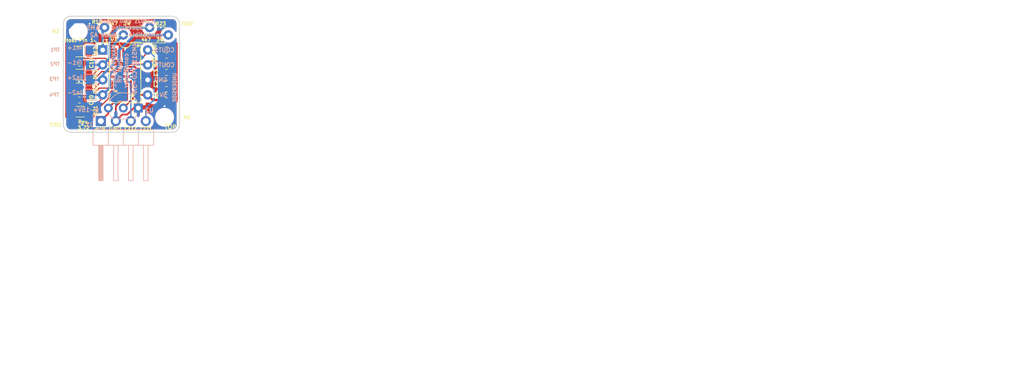
<source format=kicad_pcb>
(kicad_pcb (version 20211014) (generator pcbnew)
  (title_block (title "Dual Variable Reluctance MAX9926 mode A2") (date "2022-08-07") (rev "3.72") (company "(c)2021 Phill Rogers @ TechColab.co.je") (comment 1 "Optional onboard regulator or 5V direct") (comment 2 "Optional power resistors") (comment 3 "Optional edge header for breadboard etc.") (comment 4 "M2 mounting holes") (comment 5 "Input solder pads. Improved ground plane & silks"))
  (layers (0 "F.Cu" signal) (31 "B.Cu" signal) (34 "B.Paste" user) (35 "F.Paste" user) (36 "B.SilkS" user "B.Silkscreen") (37 "F.SilkS" user "F.Silkscreen") (38 "B.Mask" user) (39 "F.Mask" user) (44 "Edge.Cuts" user))
  (net 0 "")
  (net 1 "GND")
  (net 2 "VCC")
  (net 3 "Net-(C10-Pad2)")
  (net 4 "Net-(C10-Pad1)")
  (net 5 "Net-(C20-Pad2)")
  (net 6 "Net-(C20-Pad1)")
  (net 7 "Net-(J3-Pad1)")
  (net 8 "Net-(J3-Pad2)")
  (net 9 "Net-(J3-Pad3)")
  (net 10 "Net-(J3-Pad4)")
  (net 14 "/COUT1")
  (net 15 "/COUT2")
  (net 16 "+12V")
  (footprint "Capacitor_SMD:C_0603_1608Metric" (layer "F.Cu") (at 129.8575 109.855 180)
    (fp_text reference "C1" (at 1.7907 0 90) (layer "F.SilkS") (effects (font (size 0.6 0.6))))
    (fp_text value "10n")
    (fp_line (start -0.162779 0.51) (end 0.162779 0.51) (layer "F.SilkS") (width 0.12))
    (fp_line (start -0.162779 -0.51) (end 0.162779 -0.51) (layer "F.SilkS") (width 0.12))
    (pad "1" smd roundrect locked (at -0.7875 0 180) (size 0.875 0.95) (layers "F.Cu" "F.Paste" "F.Mask") (net 2 "VCC"))
    (pad "2" smd roundrect locked (at 0.7875 0 180) (size 0.875 0.95) (layers "F.Cu" "F.Paste" "F.Mask") (net 1 "GND"))
  )
  (footprint "Capacitor_SMD:C_0603_1608Metric" (layer "F.Cu") (at 129.8575 107.95 180)
    (fp_text reference "C2" (at 1.7907 -0.0508 90) (layer "F.SilkS") (effects (font (size 0.6 0.6))))
    (fp_text value "100n")
    (fp_line (start -0.162779 -0.51) (end 0.162779 -0.51) (layer "F.SilkS") (width 0.12))
    (fp_line (start -0.162779 0.51) (end 0.162779 0.51) (layer "F.SilkS") (width 0.12))
    (pad "1" smd roundrect locked (at -0.7875 0 180) (size 0.875 0.95) (layers "F.Cu" "F.Paste" "F.Mask") (net 2 "VCC"))
    (pad "2" smd roundrect locked (at 0.7875 0 180) (size 0.875 0.95) (layers "F.Cu" "F.Paste" "F.Mask") (net 1 "GND"))
  )
  (footprint "Capacitor_SMD:C_0603_1608Metric" (layer "F.Cu") (at 129.8575 106.045 180)
    (fp_text reference "C3" (at 1.7907 -0.0762 90) (layer "F.SilkS") (effects (font (size 0.6 0.6))))
    (fp_text value "1u")
    (fp_line (start -0.162779 0.51) (end 0.162779 0.51) (layer "F.SilkS") (width 0.12))
    (fp_line (start -0.162779 -0.51) (end 0.162779 -0.51) (layer "F.SilkS") (width 0.12))
    (pad "1" smd roundrect locked (at -0.7875 0 180) (size 0.875 0.95) (layers "F.Cu" "F.Paste" "F.Mask") (net 2 "VCC"))
    (pad "2" smd roundrect locked (at 0.7875 0 180) (size 0.875 0.95) (layers "F.Cu" "F.Paste" "F.Mask") (net 1 "GND"))
  )
  (footprint "Capacitor_SMD:C_0805_2012Metric" (layer "F.Cu") (at 121.92 110.236)
    (fp_text reference "C4" (at 2.286 0.0508 90) (layer "F.SilkS") (effects (font (size 0.6 0.6))))
    (fp_text value "10u")
    (fp_line (start -0.258578 0.71) (end 0.258578 0.71) (layer "F.SilkS") (width 0.12))
    (fp_line (start -0.258578 -0.71) (end 0.258578 -0.71) (layer "F.SilkS") (width 0.12))
    (pad "1" smd roundrect locked (at -0.9375 0) (size 0.975 1.4) (layers "F.Cu" "F.Paste" "F.Mask") (net 16 "+12V"))
    (pad "2" smd roundrect locked (at 0.9375 0) (size 0.975 1.4) (layers "F.Cu" "F.Paste" "F.Mask") (net 1 "GND"))
  )
  (footprint "Capacitor_SMD:C_0603_1608Metric" (layer "F.Cu") (at 115.1255 104.4575)
    (fp_text reference "C10" (at 2.0193 0 90) (layer "F.SilkS") (effects (font (size 0.6 0.6))))
    (fp_text value "1n")
    (fp_line (start -0.162779 0.51) (end 0.162779 0.51) (layer "F.SilkS") (width 0.12))
    (fp_line (start -0.162779 -0.51) (end 0.162779 -0.51) (layer "F.SilkS") (width 0.12))
    (pad "1" smd roundrect locked (at -0.7875 0) (size 0.875 0.95) (layers "F.Cu" "F.Paste" "F.Mask") (net 4 "Net-(C10-Pad1)"))
    (pad "2" smd roundrect locked (at 0.7875 0) (size 0.875 0.95) (layers "F.Cu" "F.Paste" "F.Mask") (net 3 "Net-(C10-Pad2)"))
  )
  (footprint "Capacitor_SMD:C_0603_1608Metric" (layer "F.Cu") (at 115.1255 110.744 180)
    (fp_text reference "C20" (at -2.0193 0 90) (layer "F.SilkS") (effects (font (size 0.6 0.6))))
    (fp_text value "1n")
    (fp_line (start -0.162779 0.51) (end 0.162779 0.51) (layer "F.SilkS") (width 0.12))
    (fp_line (start -0.162779 -0.51) (end 0.162779 -0.51) (layer "F.SilkS") (width 0.12))
    (pad "1" smd roundrect locked (at -0.7875 0 180) (size 0.875 0.95) (layers "F.Cu" "F.Paste" "F.Mask") (net 6 "Net-(C20-Pad1)"))
    (pad "2" smd roundrect locked (at 0.7875 0 180) (size 0.875 0.95) (layers "F.Cu" "F.Paste" "F.Mask") (net 5 "Net-(C20-Pad2)"))
  )
  (footprint "Resistor_SMD:R_1206_3216Metric" (layer "F.Cu") (at 115.2525 108.7755)
    (fp_text reference "R22" (at 2.6035 -0.0127 90) (layer "F.SilkS") (effects (font (size 0.6 0.6))))
    (fp_text value "10k")
    (fp_line (start -0.727064 -0.91) (end 0.727064 -0.91) (layer "F.SilkS") (width 0.12))
    (fp_line (start -0.727064 0.91) (end 0.727064 0.91) (layer "F.SilkS") (width 0.12))
    (pad "1" smd roundrect locked (at -1.4625 0) (size 1.125 1.75) (layers "F.Cu" "F.Paste" "F.Mask") (roundrect_rratio 0.2222222222) (net 5 "Net-(C20-Pad2)"))
    (pad "2" smd roundrect locked (at 1.4625 0) (size 1.125 1.75) (layers "F.Cu" "F.Paste" "F.Mask") (roundrect_rratio 0.2222222222) (net 9 "Net-(J3-Pad3)"))
  )
  (footprint "Resistor_SMD:R_1206_3216Metric" (layer "F.Cu") (at 115.2525 112.7125)
    (fp_text reference "R21" (at 2.6035 -0.1905 90) (layer "F.SilkS") (effects (font (size 0.6 0.6))))
    (fp_text value "10k")
    (fp_line (start -0.727064 0.91) (end 0.727064 0.91) (layer "F.SilkS") (width 0.12))
    (fp_line (start -0.727064 -0.91) (end 0.727064 -0.91) (layer "F.SilkS") (width 0.12))
    (pad "1" smd roundrect locked (at -1.4625 0) (size 1.125 1.75) (layers "F.Cu" "F.Paste" "F.Mask") (roundrect_rratio 0.2222222222) (net 6 "Net-(C20-Pad1)"))
    (pad "2" smd roundrect locked (at 1.4625 0) (size 1.125 1.75) (layers "F.Cu" "F.Paste" "F.Mask") (roundrect_rratio 0.2222222222) (net 10 "Net-(J3-Pad4)"))
  )
  (footprint "Resistor_SMD:R_1206_3216Metric" (layer "F.Cu") (at 115.2525 106.426)
    (fp_text reference "R11" (at 2.6035 -0.0508 90) (layer "F.SilkS") (effects (font (size 0.6 0.6))))
    (fp_text value "10k")
    (fp_line (start -0.727064 -0.91) (end 0.727064 -0.91) (layer "F.SilkS") (width 0.12))
    (fp_line (start -0.727064 0.91) (end 0.727064 0.91) (layer "F.SilkS") (width 0.12))
    (pad "1" smd roundrect locked (at -1.4625 0) (size 1.125 1.75) (layers "F.Cu" "F.Paste" "F.Mask") (roundrect_rratio 0.2222222222) (net 3 "Net-(C10-Pad2)"))
    (pad "2" smd roundrect locked (at 1.4625 0) (size 1.125 1.75) (layers "F.Cu" "F.Paste" "F.Mask") (roundrect_rratio 0.2222222222) (net 8 "Net-(J3-Pad2)"))
  )
  (footprint "Fiducial:Fiducial_0.5mm_Mask1mm" (layer "F.Cu") (at 113.665 114.935)
    (fp_text reference "FID1" (at -2.54 0) (layer "F.SilkS") (effects (font (size 0.6 0.6))))
    (fp_text value "Fiducial")
    (pad "" smd circle locked (at 0 0) (size 0.5 0.5) (layers "F.Cu" "F.Mask") (clearance 0.25))
  )
  (footprint "Fiducial:Fiducial_0.5mm_Mask1mm" (layer "F.Cu") (at 130.81 97.79)
    (fp_text reference "FID2" (at 2.54 0) (layer "F.SilkS") (effects (font (size 0.6 0.6))))
    (fp_text value "Fiducial")
    (pad "" smd circle locked (at 0 0) (size 0.5 0.5) (layers "F.Cu" "F.Mask") (clearance 0.25))
  )
  (footprint "Package_DIP:DIP-8_W7.62mm" (layer "F.Cu") (at 119.0625 102.235)
    (fp_text reference "J3" (at 0.3175 -1.397) (layer "F.SilkS") (effects (font (size 0.7 0.7))))
    (fp_text value "8-pin header")
    (fp_line (start 1.16 -1.33) (end 1.16 8.95) (layer "F.SilkS") (width 0.12))
    (fp_line (start 6.46 -1.33) (end 4.81 -1.33) (layer "F.SilkS") (width 0.12))
    (fp_line (start 6.46 8.95) (end 6.46 -1.33) (layer "F.SilkS") (width 0.12))
    (fp_line (start 2.81 -1.33) (end 1.16 -1.33) (layer "F.SilkS") (width 0.12))
    (fp_line (start 1.16 8.95) (end 6.46 8.95) (layer "F.SilkS") (width 0.12))
    (fp_arc (start 4.81 -1.33) (mid 3.81 -0.33) (end 2.81 -1.33) (layer "F.SilkS") (width 0.12))
    (pad "1" thru_hole rect locked (at 0 0) (size 1.6 1.6) (drill 0.8) (layers *.Cu *.Mask) (net 7 "Net-(J3-Pad1)"))
    (pad "2" thru_hole oval locked (at 0 2.54) (size 1.6 1.6) (drill 0.8) (layers *.Cu *.Mask) (net 8 "Net-(J3-Pad2)"))
    (pad "3" thru_hole oval locked (at 0 5.08) (size 1.6 1.6) (drill 0.8) (layers *.Cu *.Mask) (net 9 "Net-(J3-Pad3)"))
    (pad "4" thru_hole oval locked (at 0 7.62) (size 1.6 1.6) (drill 0.8) (layers *.Cu *.Mask) (net 10 "Net-(J3-Pad4)"))
    (pad "5" thru_hole oval locked (at 7.62 7.62) (size 1.6 1.6) (drill 0.8) (layers *.Cu *.Mask) (net 2 "VCC"))
    (pad "6" thru_hole oval locked (at 7.62 5.08) (size 1.6 1.6) (drill 0.8) (layers *.Cu *.Mask) (net 1 "GND"))
    (pad "7" thru_hole oval locked (at 7.62 2.54) (size 1.6 1.6) (drill 0.8) (layers *.Cu *.Mask) (net 15 "/COUT2"))
    (pad "8" thru_hole oval locked (at 7.62 0) (size 1.6 1.6) (drill 0.8) (layers *.Cu *.Mask) (net 14 "/COUT1"))
  )
  (footprint "Resistor_SMD:R_0603_1608Metric_Pad1.05x0.95mm_HandSolder" (layer "F.Cu") (at 129.8575 102.235 180)
    (fp_text reference "R10" (at 1.9939 0.0762 90) (layer "F.SilkS") (effects (font (size 0.6 0.6))))
    (fp_text value "1k")
    (fp_line (start -0.171267 -0.51) (end 0.171267 -0.51) (layer "F.SilkS") (width 0.12))
    (fp_line (start -0.171267 0.51) (end 0.171267 0.51) (layer "F.SilkS") (width 0.12))
    (pad "1" smd roundrect locked (at -0.875 0 180) (size 1.05 0.95) (layers "F.Cu" "F.Paste" "F.Mask") (net 2 "VCC"))
    (pad "2" smd roundrect locked (at 0.875 0 180) (size 1.05 0.95) (layers "F.Cu" "F.Paste" "F.Mask") (net 14 "/COUT1"))
  )
  (footprint "Resistor_SMD:R_0603_1608Metric_Pad1.05x0.95mm_HandSolder" (layer "F.Cu") (at 129.8575 104.14 180)
    (fp_text reference "R20" (at 1.9939 -0.1524 90) (layer "F.SilkS") (effects (font (size 0.6 0.6))))
    (fp_text value "1k")
    (fp_line (start -0.171267 -0.51) (end 0.171267 -0.51) (layer "F.SilkS") (width 0.12))
    (fp_line (start -0.171267 0.51) (end 0.171267 0.51) (layer "F.SilkS") (width 0.12))
    (pad "1" smd roundrect locked (at -0.875 0 180) (size 1.05 0.95) (layers "F.Cu" "F.Paste" "F.Mask") (net 2 "VCC"))
    (pad "2" smd roundrect locked (at 0.875 0 180) (size 1.05 0.95) (layers "F.Cu" "F.Paste" "F.Mask") (net 15 "/COUT2"))
  )
  (footprint "MAX9926UAEE+:MAX9926UAEE&plus_" (layer "F.Cu") (at 122.8725 105.41 -90)
    (fp_text reference "U1" (at -5.08 1.905 180) (layer "F.SilkS") (effects (font (size 0.6 0.6))))
    (fp_text value "MAX9926UAEE+" (at 0 1.905 90) (layer "B.SilkS") (effects (font (size 0.7 0.7)) (justify mirror)))
    (fp_text user "*" (at -3.9116 -2.5527 90) (layer "F.SilkS"))
    (fp_text user "*" (at -3.9116 -2.5527 90) (layer "F.SilkS"))
    (fp_line (start -1.741055 2.6162) (end 1.741055 2.6162) (layer "F.SilkS") (width 0.1524))
    (fp_line (start 1.741055 -2.6162) (end -1.741055 -2.6162) (layer "F.SilkS") (width 0.1524))
    (fp_line (start 3.702799 1.778) (end 3.702799 1.397) (layer "F.SilkS") (width 0.1524))
    (fp_line (start 3.956799 1.397) (end 3.956799 1.778) (layer "F.SilkS") (width 0.1524))
    (fp_line (start 3.956799 1.778) (end 3.702799 1.778) (layer "F.SilkS") (width 0.1524))
    (fp_line (start 3.702799 1.397) (end 3.956799 1.397) (layer "F.SilkS") (width 0.1524))
    (pad "1" smd rect locked (at -2.721348 -2.2225 270) (size 1.454899 0.3548) (layers "F.Cu" "F.Paste" "F.Mask") (net 1 "GND"))
    (pad "2" smd rect locked (at -2.721348 -1.5875 270) (size 1.454899 0.3548) (layers "F.Cu" "F.Paste" "F.Mask"))
    (pad "3" smd rect locked (at -2.721348 -0.9525 270) (size 1.454899 0.3548) (layers "F.Cu" "F.Paste" "F.Mask") (net 1 "GND"))
    (pad "4" smd rect locked (at -2.721348 -0.3175 270) (size 1.454899 0.3548) (layers "F.Cu" "F.Paste" "F.Mask") (net 14 "/COUT1"))
    (pad "5" smd rect locked (at -2.721348 0.3175 270) (size 1.454899 0.3548) (layers "F.Cu" "F.Paste" "F.Mask") (net 15 "/COUT2"))
    (pad "6" smd rect locked (at -2.721348 0.9525 270) (size 1.454899 0.3548) (layers "F.Cu" "F.Paste" "F.Mask") (net 1 "GND"))
    (pad "7" smd rect locked (at -2.721348 1.5875 270) (size 1.454899 0.3548) (layers "F.Cu" "F.Paste" "F.Mask"))
    (pad "8" smd rect locked (at -2.721348 2.2225 270) (size 1.454899 0.3548) (layers "F.Cu" "F.Paste" "F.Mask") (net 1 "GND"))
    (pad "9" smd rect locked (at 2.721348 2.2225 270) (size 1.454899 0.3548) (layers "F.Cu" "F.Paste" "F.Mask") (net 5 "Net-(C20-Pad2)"))
    (pad "10" smd rect locked (at 2.721348 1.5875 270) (size 1.454899 0.3548) (layers "F.Cu" "F.Paste" "F.Mask") (net 6 "Net-(C20-Pad1)"))
    (pad "11" smd rect locked (at 2.721348 0.9525 270) (size 1.454899 0.3548) (layers "F.Cu" "F.Paste" "F.Mask") (net 1 "GND"))
    (pad "12" smd rect locked (at 2.721348 0.3175 270) (size 1.454899 0.3548) (layers "F.Cu" "F.Paste" "F.Mask"))
    (pad "13" smd rect locked (at 2.721348 -0.3175 270) (size 1.454899 0.3548) (layers "F.Cu" "F.Paste" "F.Mask") (net 1 "GND"))
    (pad "14" smd rect locked (at 2.721348 -0.9525 270) (size 1.454899 0.3548) (layers "F.Cu" "F.Paste" "F.Mask") (net 2 "VCC"))
    (pad "15" smd rect locked (at 2.721348 -1.5875 270) (size 1.454899 0.3548) (layers "F.Cu" "F.Paste" "F.Mask") (net 3 "Net-(C10-Pad2)"))
    (pad "16" smd rect locked (at 2.721348 -2.2225 270) (size 1.454899 0.3548) (layers "F.Cu" "F.Paste" "F.Mask") (net 4 "Net-(C10-Pad1)"))
  )
  (footprint "Resistor_THT:R_Axial_DIN0207_L6.3mm_D2.5mm_P7.62mm_Horizontal" (layer "F.Cu") (at 119.38 98.425)
    (fp_text reference "R13" (at -1.27 -0.950469) (layer "F.SilkS") (effects (font (size 0.6 0.6))))
    (fp_text value "4.7k")
    (fp_line (start 0.54 -1.04) (end 0.54 -1.37) (layer "F.SilkS") (width 0.12))
    (fp_line (start 7.08 -1.37) (end 7.08 -1.04) (layer "F.SilkS") (width 0.12))
    (fp_line (start 0.54 1.37) (end 7.08 1.37) (layer "F.SilkS") (width 0.12))
    (fp_line (start 0.54 1.04) (end 0.54 1.37) (layer "F.SilkS") (width 0.12))
    (fp_line (start 0.54 -1.37) (end 7.08 -1.37) (layer "F.SilkS") (width 0.12))
    (fp_line (start 7.08 1.37) (end 7.08 1.04) (layer "F.SilkS") (width 0.12))
    (pad "1" thru_hole circle locked (at 0 0) (size 1.6 1.6) (drill 0.8) (layers *.Cu *.Mask) (net 7 "Net-(J3-Pad1)"))
    (pad "2" thru_hole oval locked (at 7.62 0) (size 1.6 1.6) (drill 0.8) (layers *.Cu *.Mask) (net 8 "Net-(J3-Pad2)"))
  )
  (footprint "Resistor_THT:R_Axial_DIN0207_L6.3mm_D2.5mm_P7.62mm_Horizontal" (layer "F.Cu") (at 122.555 99.695)
    (fp_text reference "R23" (at 6.35 -1.905) (layer "F.SilkS") (effects (font (size 0.6 0.6))))
    (fp_text value "4.7k")
    (fp_line (start 0.54 -1.37) (end 7.08 -1.37) (layer "F.SilkS") (width 0.12))
    (fp_line (start 0.54 -1.04) (end 0.54 -1.37) (layer "F.SilkS") (width 0.12))
    (fp_line (start 0.54 1.04) (end 0.54 1.37) (layer "F.SilkS") (width 0.12))
    (fp_line (start 7.08 1.37) (end 7.08 1.04) (layer "F.SilkS") (width 0.12))
    (fp_line (start 0.54 1.37) (end 7.08 1.37) (layer "F.SilkS") (width 0.12))
    (fp_line (start 7.08 -1.37) (end 7.08 -1.04) (layer "F.SilkS") (width 0.12))
    (pad "1" thru_hole circle locked (at 0 0) (size 1.6 1.6) (drill 0.8) (layers *.Cu *.Mask) (net 9 "Net-(J3-Pad3)"))
    (pad "2" thru_hole oval locked (at 7.62 0) (size 1.6 1.6) (drill 0.8) (layers *.Cu *.Mask) (net 10 "Net-(J3-Pad4)"))
  )
  (footprint "MountingHole:MountingHole_2.2mm_M2" (layer "F.Cu") (at 129.54 113.665)
    (fp_text reference "H1" (at 3.81 0) (layer "F.SilkS") (effects (font (size 0.6 0.6))))
    (fp_text value "MountingHole")
    (pad "" np_thru_hole circle locked (at 0 0) (size 2.2 2.2) (drill 2.2) (layers *.Cu *.Mask))
  )
  (footprint "MountingHole:MountingHole_2.2mm_M2" (layer "F.Cu") (at 114.935 99.06)
    (fp_text reference "H2" (at -3.81 0) (layer "F.SilkS") (effects (font (size 0.6 0.6))))
    (fp_text value "MountingHole")
    (pad "" np_thru_hole circle locked (at 0 0) (size 2.2 2.2) (drill 2.2) (layers *.Cu *.Mask))
  )
  (footprint "Resistor_SMD:R_1206_3216Metric" (layer "F.Cu") (at 115.2525 102.489)
    (fp_text reference "R12" (at 2.6035 0.0254 90) (layer "F.SilkS") (effects (font (size 0.6 0.6))))
    (fp_text value "10k")
    (fp_line (start -0.727064 0.91) (end 0.727064 0.91) (layer "F.SilkS") (width 0.12))
    (fp_line (start -0.727064 -0.91) (end 0.727064 -0.91) (layer "F.SilkS") (width 0.12))
    (pad "1" smd roundrect locked (at -1.4625 0) (size 1.125 1.75) (layers "F.Cu" "F.Paste" "F.Mask") (roundrect_rratio 0.2222222222) (net 4 "Net-(C10-Pad1)"))
    (pad "2" smd roundrect locked (at 1.4625 0) (size 1.125 1.75) (layers "F.Cu" "F.Paste" "F.Mask") (roundrect_rratio 0.2222222222) (net 7 "Net-(J3-Pad1)"))
  )
  (footprint "Connector_PinHeader_2.54mm:PinHeader_1x04_P2.54mm_Horizontal" (layer "B.Cu") (at 118.745 114.3 -90)
    (fp_text reference "J2" (at 0.635 1.905) (layer "B.SilkS") (effects (font (size 0.7 0.7)) (justify mirror)))
    (fp_text value "Edge")
    (fp_line (start 1.11 -0.38) (end 1.44 -0.38) (layer "B.SilkS") (width 0.12))
    (fp_line (start 10.1 -7.24) (end 10.1 -8) (layer "B.SilkS") (width 0.12))
    (fp_line (start -1.27 0) (end -1.27 1.27) (layer "B.SilkS") (width 0.12))
    (fp_line (start 1.042929 -7.24) (end 1.44 -7.24) (layer "B.SilkS") (width 0.12))
    (fp_line (start 1.44 -6.35) (end 4.1 -6.35) (layer "B.SilkS") (width 0.12))
    (fp_line (start 10.1 -0.38) (end 4.1 -0.38) (layer "B.SilkS") (width 0.12))
    (fp_line (start 10.1 -4.7) (end 10.1 -5.46) (layer "B.SilkS") (width 0.12))
    (fp_line (start 10.1 -2.92) (end 4.1 -2.92) (layer "B.SilkS") (width 0.12))
    (fp_line (start 1.44 -3.81) (end 4.1 -3.81) (layer "B.SilkS") (width 0.12))
    (fp_line (start -1.27 1.27) (end 0 1.27) (layer "B.SilkS") (width 0.12))
    (fp_line (start 1.44 -1.27) (end 4.1 -1.27) (layer "B.SilkS") (width 0.12))
    (fp_line (start 10.1 0.38) (end 10.1 -0.38) (layer "B.SilkS") (width 0.12))
    (fp_line (start 4.1 -8.95) (end 4.1 1.33) (layer "B.SilkS") (width 0.12))
    (fp_line (start 1.042929 -4.7) (end 1.44 -4.7) (layer "B.SilkS") (width 0.12))
    (fp_line (start 4.1 0.08) (end 10.1 0.08) (layer "B.SilkS") (width 0.12))
    (fp_line (start 1.11 0.38) (end 1.44 0.38) (layer "B.SilkS") (width 0.12))
    (fp_line (start 4.1 -0.28) (end 10.1 -0.28) (layer "B.SilkS") (width 0.12))
    (fp_line (start 1.042929 -5.46) (end 1.44 -5.46) (layer "B.SilkS") (width 0.12))
    (fp_line (start 1.042929 -2.16) (end 1.44 -2.16) (layer "B.SilkS") (width 0.12))
    (fp_line (start 1.042929 -8) (end 1.44 -8) (layer "B.SilkS") (width 0.12))
    (fp_line (start 4.1 0.38) (end 10.1 0.38) (layer "B.SilkS") (width 0.12))
    (fp_line (start 4.1 0.32) (end 10.1 0.32) (layer "B.SilkS") (width 0.12))
    (fp_line (start 10.1 -2.16) (end 10.1 -2.92) (layer "B.SilkS") (width 0.12))
    (fp_line (start 1.44 1.33) (end 1.44 -8.95) (layer "B.SilkS") (width 0.12))
    (fp_line (start 4.1 -7.24) (end 10.1 -7.24) (layer "B.SilkS") (width 0.12))
    (fp_line (start 10.1 -8) (end 4.1 -8) (layer "B.SilkS") (width 0.12))
    (fp_line (start 4.1 1.33) (end 1.44 1.33) (layer "B.SilkS") (width 0.12))
    (fp_line (start 4.1 -0.16) (end 10.1 -0.16) (layer "B.SilkS") (width 0.12))
    (fp_line (start 1.042929 -2.92) (end 1.44 -2.92) (layer "B.SilkS") (width 0.12))
    (fp_line (start 4.1 -0.04) (end 10.1 -0.04) (layer "B.SilkS") (width 0.12))
    (fp_line (start 1.44 -8.95) (end 4.1 -8.95) (layer "B.SilkS") (width 0.12))
    (fp_line (start 10.1 -5.46) (end 4.1 -5.46) (layer "B.SilkS") (width 0.12))
    (fp_line (start 4.1 -4.7) (end 10.1 -4.7) (layer "B.SilkS") (width 0.12))
    (fp_line (start 4.1 0.2) (end 10.1 0.2) (layer "B.SilkS") (width 0.12))
    (fp_line (start 4.1 -2.16) (end 10.1 -2.16) (layer "B.SilkS") (width 0.12))
    (pad "1" thru_hole rect locked (at 0 0 270) (size 1.7 1.7) (drill 1) (layers *.Cu *.Mask) (net 16 "+12V"))
    (pad "2" thru_hole oval locked (at 0 -2.54 270) (size 1.7 1.7) (drill 1) (layers *.Cu *.Mask) (net 1 "GND"))
    (pad "3" thru_hole oval locked (at 0 -5.08 270) (size 1.7 1.7) (drill 1) (layers *.Cu *.Mask) (net 15 "/COUT2"))
    (pad "4" thru_hole oval locked (at 0 -7.62 270) (size 1.7 1.7) (drill 1) (layers *.Cu *.Mask) (net 14 "/COUT1"))
  )
  (footprint "Package_TO_SOT_THT:TO-92_Inline_Wide" (layer "B.Cu") (at 125.095 112.095 180)
    (fp_text reference "U2" (at -1.886822 -0.389805) (layer "B.SilkS") (effects (font (size 0.7 0.7)) (justify mirror)))
    (fp_text value "AMS1117CD-5.0")
    (fp_line (start 0.74 -1.85) (end 4.34 -1.85) (layer "B.SilkS") (width 0.12))
    (fp_arc (start 4.8964 1.098807) (mid 3.936979 2.192817) (end 2.54 2.6) (layer "B.SilkS") (width 0.12))
    (fp_arc (start 4.34 -1.85) (mid 4.633903 -1.509328) (end 4.864184 -1.122795) (layer "B.SilkS") (width 0.12))
    (fp_arc (start 2.54 2.6) (mid 1.143021 2.192818) (end 0.1836 1.098807) (layer "B.SilkS") (width 0.12))
    (fp_arc (start 0.215816 -1.122795) (mid 0.446097 -1.509328) (end 0.74 -1.85) (layer "B.SilkS") (width 0.12))
    (pad "1" thru_hole rect locked (at 0 0 90) (size 1.5 1.5) (drill 0.8) (layers *.Cu *.Mask) (net 1 "GND"))
    (pad "2" thru_hole circle locked (at 2.54 0 90) (size 1.5 1.5) (drill 0.8) (layers *.Cu *.Mask) (net 2 "VCC"))
    (pad "3" thru_hole circle locked (at 5.08 0 90) (size 1.5 1.5) (drill 0.8) (layers *.Cu *.Mask) (net 16 "+12V"))
  )
  (footprint "TestPoint:TestPoint_Pad_1.5x1.5mm" (layer "B.Cu") (at 116.967 109.855 180)
    (fp_text reference "TP4" (at 6.096 0) (layer "B.SilkS") (effects (font (size 0.6 0.6)) (justify mirror)))
    (fp_text value "TP")
    (fp_line (start -0.95 0.95) (end 0.95 0.95) (layer "B.SilkS") (width 0.12))
    (fp_line (start 0.95 -0.95) (end -0.95 -0.95) (layer "B.SilkS") (width 0.12))
    (fp_line (start -0.95 -0.95) (end -0.95 0.95) (layer "B.SilkS") (width 0.12))
    (fp_line (start 0.95 0.95) (end 0.95 -0.95) (layer "B.SilkS") (width 0.12))
    (pad "4" smd rect locked (at 0 0 180) (size 1.5 1.5) (layers "B.Cu" "B.Mask") (net 10 "Net-(J3-Pad4)"))
  )
  (footprint "TestPoint:TestPoint_Pad_1.5x1.5mm" (layer "B.Cu") (at 116.967 107.315 180)
    (fp_text reference "TP3" (at 6.096 0.127) (layer "B.SilkS") (effects (font (size 0.6 0.6)) (justify mirror)))
    (fp_text value "TP")
    (fp_line (start -0.95 -0.95) (end -0.95 0.95) (layer "B.SilkS") (width 0.12))
    (fp_line (start -0.95 0.95) (end 0.95 0.95) (layer "B.SilkS") (width 0.12))
    (fp_line (start 0.95 0.95) (end 0.95 -0.95) (layer "B.SilkS") (width 0.12))
    (fp_line (start 0.95 -0.95) (end -0.95 -0.95) (layer "B.SilkS") (width 0.12))
    (pad "3" smd rect locked (at 0 0 180) (size 1.5 1.5) (layers "B.Cu" "B.Mask") (net 9 "Net-(J3-Pad3)"))
  )
  (footprint "TestPoint:TestPoint_Pad_1.5x1.5mm" (layer "B.Cu") (at 116.967 104.775 180)
    (fp_text reference "TP2" (at 5.969 0.127) (layer "B.SilkS") (effects (font (size 0.6 0.6)) (justify mirror)))
    (fp_text value "TP")
    (fp_line (start 0.95 -0.95) (end -0.95 -0.95) (layer "B.SilkS") (width 0.12))
    (fp_line (start 0.95 0.95) (end 0.95 -0.95) (layer "B.SilkS") (width 0.12))
    (fp_line (start -0.95 -0.95) (end -0.95 0.95) (layer "B.SilkS") (width 0.12))
    (fp_line (start -0.95 0.95) (end 0.95 0.95) (layer "B.SilkS") (width 0.12))
    (pad "2" smd rect locked (at 0 0 180) (size 1.5 1.5) (layers "B.Cu" "B.Mask") (net 8 "Net-(J3-Pad2)"))
  )
  (footprint "TestPoint:TestPoint_Pad_1.5x1.5mm" (layer "B.Cu") (at 116.967 102.235 180)
    (fp_text reference "TP1" (at 5.969 0) (layer "B.SilkS") (effects (font (size 0.6 0.6)) (justify mirror)))
    (fp_text value "TP")
    (fp_line (start -0.95 -0.95) (end -0.95 0.95) (layer "B.SilkS") (width 0.12))
    (fp_line (start 0.95 -0.95) (end -0.95 -0.95) (layer "B.SilkS") (width 0.12))
    (fp_line (start 0.95 0.95) (end 0.95 -0.95) (layer "B.SilkS") (width 0.12))
    (fp_line (start -0.95 0.95) (end 0.95 0.95) (layer "B.SilkS") (width 0.12))
    (pad "1" smd rect locked (at 0 0 180) (size 1.5 1.5) (layers "B.Cu" "B.Mask") (net 7 "Net-(J3-Pad1)"))
  )
  (gr_line (start 118.364 101.346) (end 117.602 100.584) (layer "F.SilkS") (width 0.15))
  (gr_line (start 113.665 96.52) (end 130.81 96.52) (layer "Edge.Cuts") (width 0.15))
  (gr_line (start 132.08 97.79) (end 132.08 114.935) (layer "Edge.Cuts") (width 0.15))
  (gr_line (start 130.81 116.205) (end 113.665 116.205) (layer "Edge.Cuts") (width 0.15))
  (gr_line (start 112.395 114.935) (end 112.395 97.79) (layer "Edge.Cuts") (width 0.15))
  (gr_arc (start 130.81 96.52) (mid 131.708026 96.891974) (end 132.08 97.79) (layer "Edge.Cuts") (width 0.15))
  (gr_arc (start 132.08 114.935) (mid 131.708026 115.833026) (end 130.81 116.205) (layer "Edge.Cuts") (width 0.15))
  (gr_arc (start 113.665 116.205) (mid 112.766974 115.833026) (end 112.395 114.935) (layer "Edge.Cuts") (width 0.15))
  (gr_arc (start 112.395 97.79) (mid 112.766974 96.891974) (end 113.665 96.52) (layer "Edge.Cuts") (width 0.15))
  (gr_text "COUT1" (at 129.54 102.235) (layer "B.SilkS") (effects (font (size 0.7 0.7)) (justify mirror)))
  (gr_text "COUT2" (at 129.54 104.775) (layer "B.SilkS") (effects (font (size 0.7 0.7)) (justify mirror)))
  (gr_text "GND" (at 128.905 107.315) (layer "B.SilkS") (effects (font (size 0.7 0.7)) (justify mirror)))
  (gr_text "5V+" (at 128.905 109.855) (layer "B.SilkS") (effects (font (size 0.7 0.7)) (justify mirror)))
  (gr_text "In1+" (at 114.3 101.854) (layer "B.SilkS") (effects (font (size 0.7 0.7)) (justify mirror)))
  (gr_text "In1-" (at 114.3 104.394) (layer "B.SilkS") (effects (font (size 0.7 0.7)) (justify mirror)))
  (gr_text "In2+" (at 114.3 106.934) (layer "B.SilkS") (effects (font (size 0.7 0.7)) (justify mirror)))
  (gr_text "In2-" (at 114.3 109.474) (layer "B.SilkS") (effects (font (size 0.7 0.7)) (justify mirror)))
  (gr_text "6-15V+" (at 116.205 112.395) (layer "B.SilkS") (effects (font (size 0.7 0.7)) (justify mirror)))
  (gr_text "Dual VR\nconditioner" (at 122.484606 105.754681 90) (layer "B.SilkS") (effects (font (size 0.7 0.7)) (justify mirror)))
  (gr_text "AMS1117CD-5.0" (at 124.46 105.41 90) (layer "B.SilkS") (effects (font (size 0.7 0.7)) (justify mirror)))
  (gr_text "(c)2021 Phill Rogers" (at 123.19 97.355) (layer "B.SilkS") (effects (font (size 0.6 0.6)) (justify mirror)))
  (gr_text "UNDERSIDE" (at 131.253348 108.635586 90) (layer "B.SilkS") (effects (font (size 0.6 0.6)) (justify mirror)))
  (gr_text "compatible" (at 126.365 99.695) (layer "B.SilkS") (effects (font (size 0.7 0.7)) (justify mirror)))
  (gr_text "mode A2" (at 119.237897 99.695) (layer "B.SilkS") (effects (font (size 0.7 0.7)) (justify mirror)))
  (gr_text "Speeduino" (at 123.19 98.425) (layer "B.SilkS") (effects (font (size 0.7 0.7)) (justify mirror)))
  (gr_text "&MS" (at 117.5004 98.4504) (layer "B.SilkS") (effects (font (size 0.7 0.7)) (justify mirror)))
  (gr_text "4k7  3W" (at 121.92 97.715) (layer "F.SilkS") (effects (font (size 0.6 0.6))))
  (gr_text "4k7  3W" (at 127.508 100.495) (layer "F.SilkS") (effects (font (size 0.6 0.6))))
  (gr_text "Rev.\n3.72" (at 115.824 114.935) (layer "F.SilkS") (effects (font (size 0.6 0.6))))
  (gr_text "TOP" (at 130.556 115.316) (layer "F.SilkS") (effects (font (size 0.7 0.7))))
  (gr_text "+IN GND CO2 CO1" (at 122.555 115.595) (layer "F.SilkS") (effects (font (size 0.6 0.7))))
  (gr_text "Host Pin 1" (at 115.062 100.584) (layer "F.SilkS") (effects (font (size 0.6 0.6))))
  (segment (start 121.92 103.588504) (end 121.92 103.617511) (width 0.3) (layer "F.Cu") (net 1))
  (segment (start 123.19 107.103899) (end 123.19 108.131348) (width 0.3) (layer "F.Cu") (net 1))
  (segment (start 127.3175 107.95) (end 126.6825 107.315) (width 0.3) (layer "F.Cu") (net 1))
  (segment (start 128.9825 107.95) (end 127.3175 107.95) (width 0.3) (layer "F.Cu") (net 1))
  (segment (start 128.9825 107.95) (end 128.9825 106.045) (width 0.4) (layer "F.Cu") (net 1))
  (segment (start 128.9825 107.95) (end 128.9825 109.855) (width 0.4) (layer "F.Cu") (net 1))
  (segment (start 121.92 103.588504) (end 121.92 102.688652) (width 0.3) (layer "F.Cu") (net 1))
  (segment (start 124.002599 103.766103) (end 124.917401 103.766103) (width 0.3) (layer "F.Cu") (net 1))
  (segment (start 125.095 103.588504) (end 125.095 102.688652) (width 0.3) (layer "F.Cu") (net 1))
  (segment (start 123.825 103.588504) (end 124.002599 103.766103) (width 0.3) (layer "F.Cu") (net 1))
  (segment (start 123.825 102.688652) (end 123.825 103.588504) (width 0.3) (layer "F.Cu") (net 1))
  (segment (start 121.92 101.788801) (end 122.097599 101.611202) (width 0.3) (layer "F.Cu") (net 1))
  (segment (start 123.647401 101.611202) (end 123.825 101.788801) (width 0.3) (layer "F.Cu") (net 1))
  (segment (start 121.92 102.688652) (end 121.92 101.788801) (width 0.3) (layer "F.Cu") (net 1))
  (segment (start 123.825 101.788801) (end 123.825 102.688652) (width 0.3) (layer "F.Cu") (net 1))
  (segment (start 124.917401 103.766103) (end 125.095 103.588504) (width 0.3) (layer "F.Cu") (net 1))
  (segment (start 122.097599 101.611202) (end 123.647401 101.611202) (width 0.3) (layer "F.Cu") (net 1))
  (segment (start 129.54 111.76) (end 129.54 111.76) (width 0.3) (layer "F.Cu") (net 1))
  (segment (start 115.02401 107.60699) (end 115.02401 107.60699) (width 0.16) (layer "F.Cu") (net 1))
  (segment (start 121.92 107.103899) (end 122.251889 106.77201) (width 0.3) (layer "F.Cu") (net 1))
  (segment (start 124.475479 105.107979) (end 124.587 105.2195) (width 0.3) (layer "F.Cu") (net 1))
  (segment (start 121.92 104.14) (end 121.201496 104.14) (width 0.3) (layer "F.Cu") (net 1))
  (segment (start 123.19 108.131348) (end 123.19 106.86402) (width 0.3) (layer "F.Cu") (net 1))
  (segment (start 130.81 111.76) (end 129.54 111.76) (width 0.3) (layer "F.Cu") (net 1))
  (segment (start 113.228964 113.93751) (end 113.93751 113.93751) (width 0.3) (layer "F.Cu") (net 1))
  (segment (start 113.93751 113.93751) (end 114.58575 114.58575) (width 0.3) (layer "F.Cu") (net 1))
  (segment (start 112.87749 101.11751) (end 113.03 100.965) (width 0.3) (layer "F.Cu") (net 1))
  (segment (start 123.19 108.131348) (end 123.19 109.9035) (width 0.3) (layer "F.Cu") (net 1))
  (segment (start 122.64701 106.77201) (end 123.09799 106.77201) (width 0.3) (layer "F.Cu") (net 1))
  (segment (start 123.09799 106.77201) (end 123.825 106.77201) (width 0.3) (layer "F.Cu") (net 1))
  (segment (start 122.887979 105.107979) (end 124.475479 105.107979) (width 0.3) (layer "F.Cu") (net 1))
  (segment (start 123.19 106.86402) (end 123.09799 106.77201) (width 0.3) (layer "F.Cu") (net 1))
  (segment (start 123.217497 113.195001) (end 124.317498 112.095) (width 0.3) (layer "F.Cu") (net 1))
  (segment (start 113.03 100.965) (end 116.205 100.965) (width 0.3) (layer "F.Cu") (net 1))
  (segment (start 130.8735 115.57) (end 131.445 114.9985) (width 0.3) (layer "F.Cu") (net 1))
  (segment (start 121.201496 104.14) (end 120.65 103.588504) (width 0.3) (layer "F.Cu") (net 1))
  (segment (start 114.30854 107.60699) (end 114.19851 107.60699) (width 0.16) (layer "F.Cu") (net 1))
  (segment (start 121.285 111.8085) (end 121.285 114.3) (width 0.3) (layer "F.Cu") (net 1))
  (segment (start 123.19 109.9035) (end 122.8575 110.236) (width 0.3) (layer "F.Cu") (net 1))
  (segment (start 125.43 111.76) (end 125.095 112.095) (width 0.3) (layer "F.Cu") (net 1))
  (segment (start 131.60751 110.96249) (end 130.81 111.76) (width 0.3) (layer "F.Cu") (net 1))
  (segment (start 129.54 111.76) (end 125.43 111.76) (width 0.3) (layer "F.Cu") (net 1))
  (segment (start 114.19851 107.60699) (end 115.02401 107.60699) (width 0.16) (layer "F.Cu") (net 1))
  (segment (start 112.87749 107.60699) (end 112.87749 113.586036) (width 0.3) (layer "F.Cu") (net 1))
  (segment (start 114.19851 107.60699) (end 112.87749 107.60699) (width 0.16) (layer "F.Cu") (net 1))
  (segment (start 121.92 108.131348) (end 121.92 107.103899) (width 0.3) (layer "F.Cu") (net 1))
  (segment (start 122.251889 106.77201) (end 122.64701 106.77201) (width 0.3) (layer "F.Cu") (net 1))
  (segment (start 112.87749 113.586036) (end 113.228964 113.93751) (width 0.3) (layer "F.Cu") (net 1))
  (segment (start 122.8575 110.236) (end 121.285 111.8085) (width 0.3) (layer "F.Cu") (net 1))
  (segment (start 114.58575 115.41125) (end 114.7445 115.57) (width 0.3) (layer "F.Cu") (net 1))
  (segment (start 131.445 100.965) (end 131.60751 101.12751) (width 0.3) (layer "F.Cu") (net 1))
  (segment (start 122.389999 113.195001) (end 123.217497 113.195001) (width 0.3) (layer "F.Cu") (net 1))
  (segment (start 120.65 103.588504) (end 120.65 102.688652) (width 0.3) (layer "F.Cu") (net 1))
  (segment (start 121.92 104.14) (end 121.92 104.14) (width 0.3) (layer "F.Cu") (net 1))
  (segment (start 125.095 112.095) (end 124.317498 112.095) (width 0.3) (layer "F.Cu") (net 1))
  (segment (start 124.587 105.2195) (end 126.6825 107.315) (width 0.3) (layer "F.Cu") (net 1))
  (segment (start 112.87749 107.60699) (end 112.87749 101.11751) (width 0.3) (layer "F.Cu") (net 1))
  (segment (start 121.92 104.14) (end 122.887979 105.107979) (width 0.3) (layer "F.Cu") (net 1))
  (segment (start 116.84 97.79) (end 117.475 97.155) (width 0.3) (layer "F.Cu") (net 1))
  (segment (start 121.92 103.588504) (end 121.92 104.14) (width 0.3) (layer "F.Cu") (net 1))
  (segment (start 116.84 100.33) (end 116.84 99.06) (width 0.3) (layer "F.Cu") (net 1))
  (segment (start 117.475 97.155) (end 128.905 97.155) (width 0.3) (layer "F.Cu") (net 1))
  (segment (start 121.285 114.3) (end 122.389999 113.195001) (width 0.3) (layer "F.Cu") (net 1))
  (segment (start 131.60751 101.12751) (end 131.60751 110.96249) (width 0.3) (layer "F.Cu") (net 1))
  (segment (start 116.205 100.965) (end 116.84 100.33) (width 0.3) (layer "F.Cu") (net 1))
  (segment (start 114.58575 114.58575) (end 114.58575 115.41125) (width 0.3) (layer "F.Cu") (net 1))
  (segment (start 122.64701 106.77201) (end 122.46299 106.77201) (width 0.3) (layer "F.Cu") (net 1))
  (segment (start 114.7445 115.57) (end 130.8735 115.57) (width 0.3) (layer "F.Cu") (net 1))
  (segment (start 116.84 99.06) (end 116.84 97.79) (width 0.3) (layer "F.Cu") (net 1))
  (segment (start 128.905 97.155) (end 129.54 97.79) (width 0.3) (layer "F.Cu") (net 1))
  (via locked (at 123.825 106.77201) (size 0.6) (drill 0.3) (layers "F.Cu" "B.Cu") (net 1))
  (via locked (at 115.57 114.935) (size 0.6) (drill 0.3) (layers "F.Cu" "B.Cu") (net 1))
  (via locked (at 128.905 98.425) (size 0.6) (drill 0.3) (layers "F.Cu" "B.Cu") (net 1))
  (via locked (at 129.54 111.76) (size 0.6) (drill 0.3) (layers "F.Cu" "B.Cu") (net 1))
  (via locked (at 115.02401 107.60699) (size 0.6) (drill 0.3) (layers "F.Cu" "B.Cu") (net 1))
  (via locked (at 116.84 97.79) (size 0.6) (drill 0.3) (layers "F.Cu" "B.Cu") (net 1))
  (segment (start 116.135001 115.500001) (end 115.57 114.935) (width 0.3) (layer "B.Cu") (net 1))
  (segment (start 116.610479 97.560479) (end 114.313877 97.560479) (width 0.3) (layer "B.Cu") (net 1))
  (segment (start 120.084999 115.500001) (end 130.879999 115.500001) (width 0.3) (layer "B.Cu") (net 1))
  (segment (start 130.879999 115.500001) (end 131.445 114.935) (width 0.3) (layer "B.Cu") (net 1))
  (segment (start 116.84 97.79) (end 116.610479 97.560479) (width 0.3) (layer "B.Cu") (net 1))
  (segment (start 120.580001 115.500001) (end 121.285 114.795002) (width 0.3) (layer "B.Cu") (net 1))
  (segment (start 113.03 98.844356) (end 113.03 112.395) (width 0.3) (layer "B.Cu") (net 1))
  (segment (start 123.825 106.77201) (end 126.13951 106.77201) (width 0.4) (layer "B.Cu") (net 1))
  (segment (start 113.03 112.395) (end 115.57 114.935) (width 0.3) (layer "B.Cu") (net 1))
  (segment (start 117.614999 115.500001) (end 116.135001 115.500001) (width 0.3) (layer "B.Cu") (net 1))
  (segment (start 117.614999 115.500001) (end 120.084999 115.500001) (width 0.3) (layer "B.Cu") (net 1))
  (segment (start 126.13951 106.77201) (end 126.6825 107.315) (width 0.4) (layer "B.Cu") (net 1))
  (segment (start 114.313877 97.560479) (end 113.03 98.844356) (width 0.3) (layer "B.Cu") (net 1))
  (segment (start 121.285 114.795002) (end 121.285 114.3) (width 0.3) (layer "B.Cu") (net 1))
  (segment (start 120.084999 115.500001) (end 120.580001 115.500001) (width 0.3) (layer "B.Cu") (net 1))
  (segment (start 129.85749 110.73001) (end 127.55751 110.73001) (width 0.4) (layer "F.Cu") (net 2))
  (segment (start 127.55751 110.73001) (end 126.6825 109.855) (width 0.4) (layer "F.Cu") (net 2))
  (segment (start 125.1125 109.855) (end 126.6825 109.855) (width 0.3) (layer "F.Cu") (net 2))
  (segment (start 126.176498 109.855) (end 126.6825 109.855) (width 0.3) (layer "F.Cu") (net 2))
  (segment (start 130.7325 109.855) (end 129.85749 110.73001) (width 0.4) (layer "F.Cu") (net 2))
  (segment (start 126.6825 109.855) (end 127.08251 110.25501) (width 0.2) (layer "F.Cu") (net 2))
  (segment (start 130.7325 107.95) (end 130.7325 109.855) (width 0.4) (layer "F.Cu") (net 2))
  (segment (start 130.7325 106.045) (end 130.7325 107.95) (width 0.4) (layer "F.Cu") (net 2))
  (segment (start 130.7325 104.14) (end 130.7325 106.045) (width 0.4) (layer "F.Cu") (net 2))
  (segment (start 130.7325 102.235) (end 130.7325 104.14) (width 0.4) (layer "F.Cu") (net 2))
  (segment (start 130.7325 106.045) (end 130.7325 106.2) (width 0.2) (layer "F.Cu") (net 2))
  (segment (start 124.521203 109.855) (end 124.795 109.855) (width 0.3) (layer "F.Cu") (net 2))
  (segment (start 123.825 109.158797) (end 124.521203 109.855) (width 0.3) (layer "F.Cu") (net 2))
  (segment (start 122.555 112.095) (end 124.795 109.855) (width 0.3) (layer "F.Cu") (net 2))
  (segment (start 124.795 109.855) (end 125.095 109.855) (width 0.3) (layer "F.Cu") (net 2))
  (segment (start 125.095 109.855) (end 126.6825 109.855) (width 0.3) (layer "F.Cu") (net 2))
  (segment (start 123.825 108.131348) (end 123.825 109.158797) (width 0.3) (layer "F.Cu") (net 2))
  (segment (start 124.46 108.131348) (end 124.46 106.3625) (width 0.2) (layer "F.Cu") (net 3))
  (segment (start 124.46 106.3625) (end 124.0155 105.918) (width 0.2) (layer "F.Cu") (net 3))
  (segment (start 117.57702 107.222746) (end 117.57702 107.278618) (width 0.2) (layer "F.Cu") (net 3))
  (segment (start 115.913 104.4575) (end 115.7585 104.4575) (width 0.2) (layer "F.Cu") (net 3))
  (segment (start 117.255118 107.60052) (end 116.174882 107.60052) (width 0.2) (layer "F.Cu") (net 3))
  (segment (start 117.57702 107.278618) (end 117.255118 107.60052) (width 0.2) (layer "F.Cu") (net 3))
  (segment (start 115.7585 104.4575) (end 113.79 106.426) (width 0.2) (layer "F.Cu") (net 3))
  (segment (start 115.85298 104.51752) (end 115.913 104.4575) (width 0.2) (layer "F.Cu") (net 3))
  (segment (start 118.881766 105.918) (end 119.888 105.918) (width 0.2) (layer "F.Cu") (net 3))
  (segment (start 124.0155 105.918) (end 119.888 105.918) (width 0.2) (layer "F.Cu") (net 3))
  (segment (start 118.881766 105.918) (end 117.57702 107.222746) (width 0.2) (layer "F.Cu") (net 3))
  (segment (start 115.85298 107.278618) (end 115.85298 104.51752) (width 0.2) (layer "F.Cu") (net 3))
  (segment (start 119.888 105.918) (end 118.872 105.918) (width 0.2) (layer "F.Cu") (net 3))
  (segment (start 116.174882 107.60052) (end 115.85298 107.278618) (width 0.2) (layer "F.Cu") (net 3))
  (segment (start 114.338 104.21102) (end 114.92501 103.62401) (width 0.2) (layer "F.Cu") (net 4))
  (segment (start 114.92501 103.62401) (end 114.96452 103.66352) (width 0.2) (layer "F.Cu") (net 4))
  (segment (start 120.162989 104.922989) (end 120.797989 105.557989) (width 0.2) (layer "F.Cu") (net 4))
  (segment (start 114.338 104.4575) (end 114.338 104.21102) (width 0.2) (layer "F.Cu") (net 4))
  (segment (start 120.797989 105.557989) (end 124.164621 105.557989) (width 0.2) (layer "F.Cu") (net 4))
  (segment (start 113.79 102.489) (end 114.92501 103.62401) (width 0.17) (layer "F.Cu") (net 4))
  (segment (start 119.519822 103.66352) (end 120.162989 104.306687) (width 0.2) (layer "F.Cu") (net 4))
  (segment (start 120.162989 104.306687) (end 120.162989 104.922989) (width 0.2) (layer "F.Cu") (net 4))
  (segment (start 125.095 106.488368) (end 125.095 108.131348) (width 0.2) (layer "F.Cu") (net 4))
  (segment (start 114.96452 103.66352) (end 119.519822 103.66352) (width 0.2) (layer "F.Cu") (net 4))
  (segment (start 124.164621 105.557989) (end 125.095 106.488368) (width 0.2) (layer "F.Cu") (net 4))
  (segment (start 120.65 108.131348) (end 120.069348 108.712) (width 0.2) (layer "F.Cu") (net 5))
  (segment (start 114.58475 109.57025) (end 114.60473 109.57025) (width 0.2) (layer "F.Cu") (net 5))
  (segment (start 117.200378 110.00476) (end 115.03924 110.00476) (width 0.2) (layer "F.Cu") (net 5))
  (segment (start 118.437266 108.767872) (end 117.200378 110.00476) (width 0.2) (layer "F.Cu") (net 5))
  (segment (start 113.79 108.7755) (end 114.58475 109.57025) (width 0.2) (layer "F.Cu") (net 5))
  (segment (start 118.437266 108.712) (end 118.437266 108.767872) (width 0.2) (layer "F.Cu") (net 5))
  (segment (start 114.1475 109.133) (end 113.79 108.7755) (width 0.2) (layer "F.Cu") (net 5))
  (segment (start 120.069348 108.712) (end 118.437266 108.712) (width 0.2) (layer "F.Cu") (net 5))
  (segment (start 115.03924 110.00476) (end 114.338 110.706) (width 0.2) (layer "F.Cu") (net 5))
  (segment (start 114.60473 109.57025) (end 115.03924 110.00476) (width 0.2) (layer "F.Cu") (net 5))
  (segment (start 114.338 110.706) (end 114.338 110.744) (width 0.2) (layer "F.Cu") (net 5))
  (segment (start 120.162011 110.342989) (end 117.595489 112.909511) (width 0.2) (layer "F.Cu") (net 6))
  (segment (start 121.285 108.8692) (end 121.285 108.131348) (width 0.2) (layer "F.Cu") (net 6))
  (segment (start 117.595489 113.546649) (end 117.255118 113.88702) (width 0.2) (layer "F.Cu") (net 6))
  (segment (start 115.7585 110.744) (end 113.79 112.7125) (width 0.2) (layer "F.Cu") (net 6))
  (segment (start 117.255118 113.88702) (end 116.17302 113.88702) (width 0.2) (layer "F.Cu") (net 6))
  (segment (start 121.035401 109.118799) (end 121.285 108.8692) (width 0.2) (layer "F.Cu") (net 6))
  (segment (start 120.162011 109.587495) (end 120.630707 109.118799) (width 0.2) (layer "F.Cu") (net 6))
  (segment (start 120.162011 110.342989) (end 120.162011 109.587495) (width 0.2) (layer "F.Cu") (net 6))
  (segment (start 115.85298 110.80402) (end 115.913 110.744) (width 0.2) (layer "F.Cu") (net 6))
  (segment (start 116.17302 113.88702) (end 115.85298 113.56698) (width 0.2) (layer "F.Cu") (net 6))
  (segment (start 120.630707 109.118799) (end 121.035401 109.118799) (width 0.2) (layer "F.Cu") (net 6))
  (segment (start 115.913 110.744) (end 115.7585 110.744) (width 0.2) (layer "F.Cu") (net 6))
  (segment (start 115.85298 113.56698) (end 115.85298 110.80402) (width 0.2) (layer "F.Cu") (net 6))
  (segment (start 117.595489 112.909511) (end 117.595489 113.546649) (width 0.2) (layer "F.Cu") (net 6))
  (segment (start 116.715 102.489) (end 118.8085 102.489) (width 0.2) (layer "F.Cu") (net 7))
  (segment (start 118.8085 102.489) (end 119.0625 102.235) (width 0.2) (layer "F.Cu") (net 7))
  (segment (start 119.0625 98.7425) (end 119.0625 102.235) (width 0.4) (layer "B.Cu") (net 7))
  (segment (start 119.0625 102.235) (end 116.967 102.235) (width 0.4) (layer "B.Cu") (net 7))
  (segment (start 119.38 98.425) (end 119.0625 98.7425) (width 0.4) (layer "B.Cu") (net 7))
  (segment (start 116.715 106.426) (end 117.4115 106.426) (width 0.2) (layer "F.Cu") (net 8))
  (segment (start 117.4115 106.426) (end 119.0625 104.775) (width 0.2) (layer "F.Cu") (net 8))
  (segment (start 121.7295 98.425) (end 120.55475 99.59975) (width 0.4) (layer "B.Cu") (net 8))
  (segment (start 120.262011 103.575489) (end 120.262011 99.892489) (width 0.4) (layer "B.Cu") (net 8))
  (segment (start 127 98.425) (end 121.7295 98.425) (width 0.4) (layer "B.Cu") (net 8))
  (segment (start 119.0625 104.775) (end 116.967 104.775) (width 0.4) (layer "B.Cu") (net 8))
  (segment (start 119.0625 104.775) (end 120.262011 103.575489) (width 0.4) (layer "B.Cu") (net 8))
  (segment (start 120.262011 99.892489) (end 120.55475 99.59975) (width 0.4) (layer "B.Cu") (net 8))
  (segment (start 117.602 108.7755) (end 116.715 108.7755) (width 0.2) (layer "F.Cu") (net 9))
  (segment (start 119.0625 107.315) (end 117.602 108.7755) (width 0.2) (layer "F.Cu") (net 9))
  (segment (start 119.0625 107.315) (end 119.0625 106.471366) (width 0.4) (layer "B.Cu") (net 9))
  (segment (start 119.0625 107.315) (end 116.967 107.315) (width 0.4) (layer "B.Cu") (net 9))
  (segment (start 120.9675 101.2825) (end 122.555 99.695) (width 0.4) (layer "B.Cu") (net 9))
  (segment (start 120.9675 104.566366) (end 120.9675 101.2825) (width 0.4) (layer "B.Cu") (net 9))
  (segment (start 119.0625 106.471366) (end 120.9675 104.566366) (width 0.4) (layer "B.Cu") (net 9))
  (segment (start 119.0625 110.365) (end 119.0625 109.855) (width 0.2) (layer "F.Cu") (net 10))
  (segment (start 116.715 112.7125) (end 119.0625 110.365) (width 0.2) (layer "F.Cu") (net 10))
  (segment (start 130.175 99.695) (end 124.46 99.695) (width 0.4) (layer "B.Cu") (net 10))
  (segment (start 121.7803 102.3747) (end 121.7676 102.3747) (width 0.4) (layer "B.Cu") (net 10))
  (segment (start 121.7676 102.3747) (end 121.7676 103.9876) (width 0.4) (layer "B.Cu") (net 10))
  (segment (start 124.46 99.695) (end 121.7803 102.3747) (width 0.4) (layer "B.Cu") (net 10))
  (segment (start 120.262011 106.432989) (end 121.7676 104.9274) (width 0.4) (layer "B.Cu") (net 10))
  (segment (start 121.7676 104.2924) (end 121.7676 104.927401) (width 0.4) (layer "B.Cu") (net 10))
  (segment (start 121.7676 103.9876) (end 121.7676 104.2924) (width 0.4) (layer "B.Cu") (net 10))
  (segment (start 121.7676 104.9274) (end 121.7676 103.9876) (width 0.4) (layer "B.Cu") (net 10))
  (segment (start 120.262011 108.655489) (end 120.262011 106.432989) (width 0.4) (layer "B.Cu") (net 10))
  (segment (start 119.0625 109.855) (end 120.262011 108.655489) (width 0.4) (layer "B.Cu") (net 10))
  (segment (start 119.0625 109.855) (end 116.967 109.855) (width 0.4) (layer "B.Cu") (net 10))
  (segment (start 128.9825 102.235) (end 126.6825 102.235) (width 0.2) (layer "F.Cu") (net 14))
  (segment (start 123.19 102.688652) (end 123.19 103.616101) (width 0.2) (layer "F.Cu") (net 14))
  (segment (start 126.6825 102.637414) (end 126.6825 102.235) (width 0.2) (layer "F.Cu") (net 14))
  (segment (start 123.19 103.616101) (end 123.790012 104.216113) (width 0.2) (layer "F.Cu") (net 14))
  (segment (start 125.103802 104.216112) (end 126.6825 102.637414) (width 0.2) (layer "F.Cu") (net 14))
  (segment (start 123.790012 104.216113) (end 125.103802 104.216112) (width 0.2) (layer "F.Cu") (net 14))
  (segment (start 126.6825 102.510004) (end 126.6825 102.235) (width 0.16) (layer "F.Cu") (net 14))
  (segment (start 126.4285 112.014) (end 127.5715 110.871) (width 0.2) (layer "B.Cu") (net 14))
  (segment (start 127.782501 110.659999) (end 127.782501 103.335001) (width 0.2) (layer "B.Cu") (net 14))
  (segment (start 126.365 112.0775) (end 126.4285 112.014) (width 0.2) (layer "B.Cu") (net 14))
  (segment (start 127.5715 110.871) (end 127.782501 110.659999) (width 0.2) (layer "B.Cu") (net 14))
  (segment (start 127.782501 103.335001) (end 126.6825 102.235) (width 0.2) (layer "B.Cu") (net 14))
  (segment (start 126.6825 111.76) (end 127.5715 110.871) (width 0.2) (layer "B.Cu") (net 14))
  (segment (start 126.365 114.3) (end 126.365 112.0775) (width 0.2) (layer "B.Cu") (net 14))
  (segment (start 123.596866 104.657967) (end 126.565467 104.657967) (width 0.2) (layer "F.Cu") (net 15))
  (segment (start 122.555 102.688652) (end 122.555 103.616101) (width 0.2) (layer "F.Cu") (net 15))
  (segment (start 126.565467 104.657967) (end 126.6825 104.775) (width 0.2) (layer "F.Cu") (net 15))
  (segment (start 122.555 103.616101) (end 123.596866 104.657967) (width 0.2) (layer "F.Cu") (net 15))
  (segment (start 128.9825 104.14) (end 127.3175 104.14) (width 0.2) (layer "F.Cu") (net 15))
  (segment (start 127.3175 104.14) (end 126.6825 104.775) (width 0.2) (layer "F.Cu") (net 15))
  (segment (start 123.176244 107.328756) (end 123.825 107.977512) (width 0.2) (layer "B.Cu") (net 15))
  (segment (start 123.825 107.977512) (end 123.825 114.3) (width 0.2) (layer "B.Cu") (net 15))
  (segment (start 124.524498 104.775) (end 123.176244 106.123254) (width 0.2) (layer "B.Cu") (net 15))
  (segment (start 123.176244 106.123254) (end 123.176244 107.328756) (width 0.2) (layer "B.Cu") (net 15))
  (segment (start 126.6825 104.775) (end 124.524498 104.775) (width 0.2) (layer "B.Cu") (net 15))
  (segment (start 120.015 113.03) (end 118.745 114.3) (width 0.3) (layer "F.Cu") (net 16))
  (segment (start 120.9825 110.236) (end 120.9825 111.1275) (width 0.3) (layer "F.Cu") (net 16))
  (segment (start 120.015 112.095) (end 120.015 113.03) (width 0.3) (layer "F.Cu") (net 16))
  (segment (start 120.9825 111.1275) (end 120.015 112.095) (width 0.3) (layer "F.Cu") (net 16))
  (zone (net 1) (net_name "GND") (layer "F.Cu") (connect_pads (clearance 0.508)) (min_thickness 0.254) (fill yes (thermal_gap 0.508) (thermal_bridge_width 0.508))
    (polygon (pts (xy 132.08 116.205) (xy 112.395 116.205) (xy 112.395 96.52) (xy 132.08 96.52)))
  )
  (zone (net 1) (net_name "GND") (layer "B.Cu") (connect_pads (clearance 0.508)) (min_thickness 0.254) (fill yes (thermal_gap 0.508) (thermal_bridge_width 0.508))
    (polygon (pts (xy 132.08 116.205) (xy 112.395 116.205) (xy 112.395 96.52) (xy 132.08 96.52)))
  )
)
</source>
